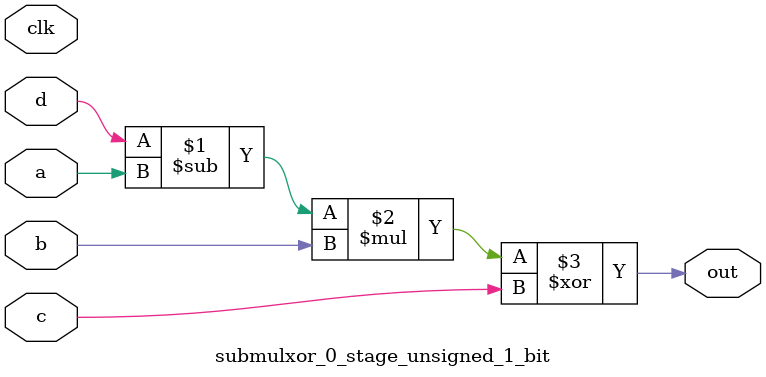
<source format=sv>
(* use_dsp = "yes" *) module submulxor_0_stage_unsigned_1_bit(
	input  [0:0] a,
	input  [0:0] b,
	input  [0:0] c,
	input  [0:0] d,
	output [0:0] out,
	input clk);

	assign out = ((d - a) * b) ^ c;
endmodule

</source>
